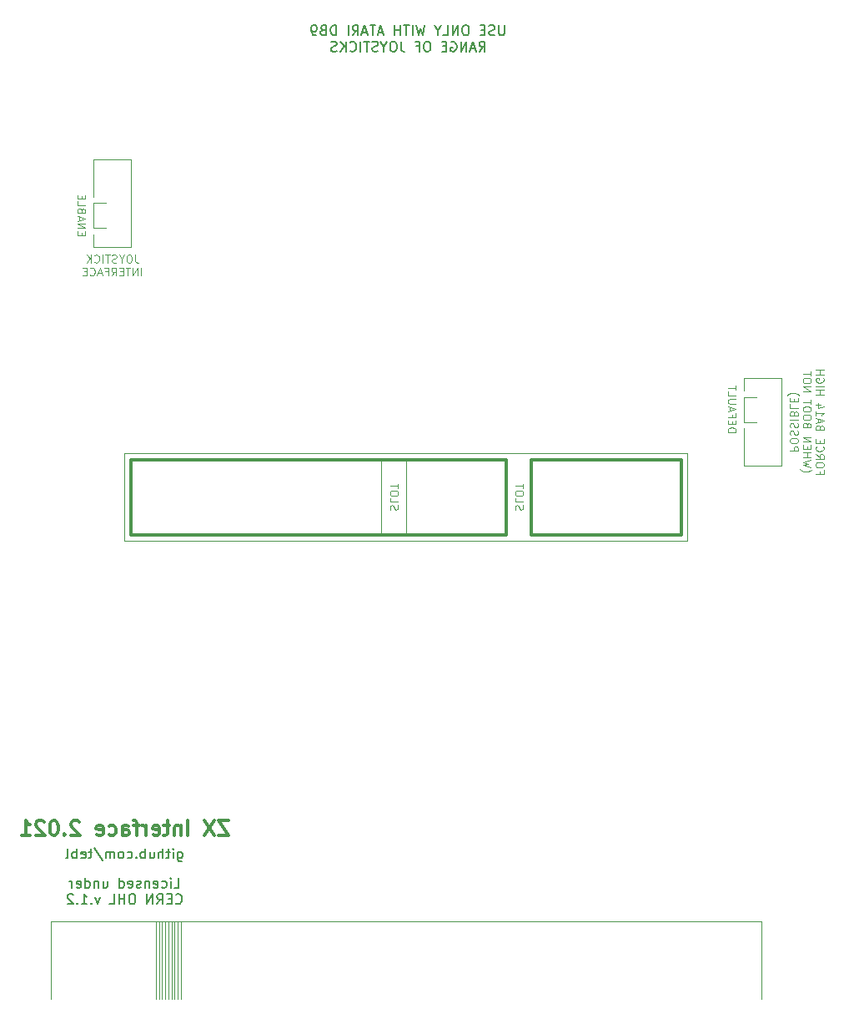
<source format=gbo>
%TF.GenerationSoftware,KiCad,Pcbnew,(5.1.8)-1*%
%TF.CreationDate,2021-03-23T23:17:42+01:00*%
%TF.ProjectId,ZX Interface 2021,5a582049-6e74-4657-9266-616365203230,rev?*%
%TF.SameCoordinates,Original*%
%TF.FileFunction,Legend,Bot*%
%TF.FilePolarity,Positive*%
%FSLAX46Y46*%
G04 Gerber Fmt 4.6, Leading zero omitted, Abs format (unit mm)*
G04 Created by KiCad (PCBNEW (5.1.8)-1) date 2021-03-23 23:17:42*
%MOMM*%
%LPD*%
G01*
G04 APERTURE LIST*
%ADD10C,0.100000*%
%ADD11C,0.120000*%
%ADD12C,0.150000*%
%ADD13C,0.300000*%
G04 APERTURE END LIST*
D10*
X188047142Y-92639523D02*
X188047142Y-92906190D01*
X187628095Y-92906190D02*
X188428095Y-92906190D01*
X188428095Y-92525238D01*
X188428095Y-92068095D02*
X188428095Y-91915714D01*
X188390000Y-91839523D01*
X188313809Y-91763333D01*
X188161428Y-91725238D01*
X187894761Y-91725238D01*
X187742380Y-91763333D01*
X187666190Y-91839523D01*
X187628095Y-91915714D01*
X187628095Y-92068095D01*
X187666190Y-92144285D01*
X187742380Y-92220476D01*
X187894761Y-92258571D01*
X188161428Y-92258571D01*
X188313809Y-92220476D01*
X188390000Y-92144285D01*
X188428095Y-92068095D01*
X187628095Y-90925238D02*
X188009047Y-91191904D01*
X187628095Y-91382380D02*
X188428095Y-91382380D01*
X188428095Y-91077619D01*
X188390000Y-91001428D01*
X188351904Y-90963333D01*
X188275714Y-90925238D01*
X188161428Y-90925238D01*
X188085238Y-90963333D01*
X188047142Y-91001428D01*
X188009047Y-91077619D01*
X188009047Y-91382380D01*
X187704285Y-90125238D02*
X187666190Y-90163333D01*
X187628095Y-90277619D01*
X187628095Y-90353809D01*
X187666190Y-90468095D01*
X187742380Y-90544285D01*
X187818571Y-90582380D01*
X187970952Y-90620476D01*
X188085238Y-90620476D01*
X188237619Y-90582380D01*
X188313809Y-90544285D01*
X188390000Y-90468095D01*
X188428095Y-90353809D01*
X188428095Y-90277619D01*
X188390000Y-90163333D01*
X188351904Y-90125238D01*
X188047142Y-89782380D02*
X188047142Y-89515714D01*
X187628095Y-89401428D02*
X187628095Y-89782380D01*
X188428095Y-89782380D01*
X188428095Y-89401428D01*
X188047142Y-88182380D02*
X188009047Y-88068095D01*
X187970952Y-88030000D01*
X187894761Y-87991904D01*
X187780476Y-87991904D01*
X187704285Y-88030000D01*
X187666190Y-88068095D01*
X187628095Y-88144285D01*
X187628095Y-88449047D01*
X188428095Y-88449047D01*
X188428095Y-88182380D01*
X188390000Y-88106190D01*
X188351904Y-88068095D01*
X188275714Y-88030000D01*
X188199523Y-88030000D01*
X188123333Y-88068095D01*
X188085238Y-88106190D01*
X188047142Y-88182380D01*
X188047142Y-88449047D01*
X187856666Y-87687142D02*
X187856666Y-87306190D01*
X187628095Y-87763333D02*
X188428095Y-87496666D01*
X187628095Y-87230000D01*
X187628095Y-86544285D02*
X187628095Y-87001428D01*
X187628095Y-86772857D02*
X188428095Y-86772857D01*
X188313809Y-86849047D01*
X188237619Y-86925238D01*
X188199523Y-87001428D01*
X188161428Y-85858571D02*
X187628095Y-85858571D01*
X188466190Y-86049047D02*
X187894761Y-86239523D01*
X187894761Y-85744285D01*
X187628095Y-84830000D02*
X188428095Y-84830000D01*
X188047142Y-84830000D02*
X188047142Y-84372857D01*
X187628095Y-84372857D02*
X188428095Y-84372857D01*
X187628095Y-83991904D02*
X188428095Y-83991904D01*
X188390000Y-83191904D02*
X188428095Y-83268095D01*
X188428095Y-83382380D01*
X188390000Y-83496666D01*
X188313809Y-83572857D01*
X188237619Y-83610952D01*
X188085238Y-83649047D01*
X187970952Y-83649047D01*
X187818571Y-83610952D01*
X187742380Y-83572857D01*
X187666190Y-83496666D01*
X187628095Y-83382380D01*
X187628095Y-83306190D01*
X187666190Y-83191904D01*
X187704285Y-83153809D01*
X187970952Y-83153809D01*
X187970952Y-83306190D01*
X187628095Y-82810952D02*
X188428095Y-82810952D01*
X188047142Y-82810952D02*
X188047142Y-82353809D01*
X187628095Y-82353809D02*
X188428095Y-82353809D01*
X186023333Y-92430000D02*
X186061428Y-92468095D01*
X186175714Y-92544285D01*
X186251904Y-92582380D01*
X186366190Y-92620476D01*
X186556666Y-92658571D01*
X186709047Y-92658571D01*
X186899523Y-92620476D01*
X187013809Y-92582380D01*
X187090000Y-92544285D01*
X187204285Y-92468095D01*
X187242380Y-92430000D01*
X187128095Y-92201428D02*
X186328095Y-92010952D01*
X186899523Y-91858571D01*
X186328095Y-91706190D01*
X187128095Y-91515714D01*
X186328095Y-91210952D02*
X187128095Y-91210952D01*
X186747142Y-91210952D02*
X186747142Y-90753809D01*
X186328095Y-90753809D02*
X187128095Y-90753809D01*
X186747142Y-90372857D02*
X186747142Y-90106190D01*
X186328095Y-89991904D02*
X186328095Y-90372857D01*
X187128095Y-90372857D01*
X187128095Y-89991904D01*
X186328095Y-89649047D02*
X187128095Y-89649047D01*
X186328095Y-89191904D01*
X187128095Y-89191904D01*
X186747142Y-87934761D02*
X186709047Y-87820476D01*
X186670952Y-87782380D01*
X186594761Y-87744285D01*
X186480476Y-87744285D01*
X186404285Y-87782380D01*
X186366190Y-87820476D01*
X186328095Y-87896666D01*
X186328095Y-88201428D01*
X187128095Y-88201428D01*
X187128095Y-87934761D01*
X187090000Y-87858571D01*
X187051904Y-87820476D01*
X186975714Y-87782380D01*
X186899523Y-87782380D01*
X186823333Y-87820476D01*
X186785238Y-87858571D01*
X186747142Y-87934761D01*
X186747142Y-88201428D01*
X187128095Y-87249047D02*
X187128095Y-87096666D01*
X187090000Y-87020476D01*
X187013809Y-86944285D01*
X186861428Y-86906190D01*
X186594761Y-86906190D01*
X186442380Y-86944285D01*
X186366190Y-87020476D01*
X186328095Y-87096666D01*
X186328095Y-87249047D01*
X186366190Y-87325238D01*
X186442380Y-87401428D01*
X186594761Y-87439523D01*
X186861428Y-87439523D01*
X187013809Y-87401428D01*
X187090000Y-87325238D01*
X187128095Y-87249047D01*
X187128095Y-86410952D02*
X187128095Y-86258571D01*
X187090000Y-86182380D01*
X187013809Y-86106190D01*
X186861428Y-86068095D01*
X186594761Y-86068095D01*
X186442380Y-86106190D01*
X186366190Y-86182380D01*
X186328095Y-86258571D01*
X186328095Y-86410952D01*
X186366190Y-86487142D01*
X186442380Y-86563333D01*
X186594761Y-86601428D01*
X186861428Y-86601428D01*
X187013809Y-86563333D01*
X187090000Y-86487142D01*
X187128095Y-86410952D01*
X187128095Y-85839523D02*
X187128095Y-85382380D01*
X186328095Y-85610952D02*
X187128095Y-85610952D01*
X186328095Y-84506190D02*
X187128095Y-84506190D01*
X186328095Y-84049047D01*
X187128095Y-84049047D01*
X187128095Y-83515714D02*
X187128095Y-83363333D01*
X187090000Y-83287142D01*
X187013809Y-83210952D01*
X186861428Y-83172857D01*
X186594761Y-83172857D01*
X186442380Y-83210952D01*
X186366190Y-83287142D01*
X186328095Y-83363333D01*
X186328095Y-83515714D01*
X186366190Y-83591904D01*
X186442380Y-83668095D01*
X186594761Y-83706190D01*
X186861428Y-83706190D01*
X187013809Y-83668095D01*
X187090000Y-83591904D01*
X187128095Y-83515714D01*
X187128095Y-82944285D02*
X187128095Y-82487142D01*
X186328095Y-82715714D02*
X187128095Y-82715714D01*
X185028095Y-90563333D02*
X185828095Y-90563333D01*
X185828095Y-90258571D01*
X185790000Y-90182380D01*
X185751904Y-90144285D01*
X185675714Y-90106190D01*
X185561428Y-90106190D01*
X185485238Y-90144285D01*
X185447142Y-90182380D01*
X185409047Y-90258571D01*
X185409047Y-90563333D01*
X185828095Y-89610952D02*
X185828095Y-89458571D01*
X185790000Y-89382380D01*
X185713809Y-89306190D01*
X185561428Y-89268095D01*
X185294761Y-89268095D01*
X185142380Y-89306190D01*
X185066190Y-89382380D01*
X185028095Y-89458571D01*
X185028095Y-89610952D01*
X185066190Y-89687142D01*
X185142380Y-89763333D01*
X185294761Y-89801428D01*
X185561428Y-89801428D01*
X185713809Y-89763333D01*
X185790000Y-89687142D01*
X185828095Y-89610952D01*
X185066190Y-88963333D02*
X185028095Y-88849047D01*
X185028095Y-88658571D01*
X185066190Y-88582380D01*
X185104285Y-88544285D01*
X185180476Y-88506190D01*
X185256666Y-88506190D01*
X185332857Y-88544285D01*
X185370952Y-88582380D01*
X185409047Y-88658571D01*
X185447142Y-88810952D01*
X185485238Y-88887142D01*
X185523333Y-88925238D01*
X185599523Y-88963333D01*
X185675714Y-88963333D01*
X185751904Y-88925238D01*
X185790000Y-88887142D01*
X185828095Y-88810952D01*
X185828095Y-88620476D01*
X185790000Y-88506190D01*
X185066190Y-88201428D02*
X185028095Y-88087142D01*
X185028095Y-87896666D01*
X185066190Y-87820476D01*
X185104285Y-87782380D01*
X185180476Y-87744285D01*
X185256666Y-87744285D01*
X185332857Y-87782380D01*
X185370952Y-87820476D01*
X185409047Y-87896666D01*
X185447142Y-88049047D01*
X185485238Y-88125238D01*
X185523333Y-88163333D01*
X185599523Y-88201428D01*
X185675714Y-88201428D01*
X185751904Y-88163333D01*
X185790000Y-88125238D01*
X185828095Y-88049047D01*
X185828095Y-87858571D01*
X185790000Y-87744285D01*
X185028095Y-87401428D02*
X185828095Y-87401428D01*
X185447142Y-86753809D02*
X185409047Y-86639523D01*
X185370952Y-86601428D01*
X185294761Y-86563333D01*
X185180476Y-86563333D01*
X185104285Y-86601428D01*
X185066190Y-86639523D01*
X185028095Y-86715714D01*
X185028095Y-87020476D01*
X185828095Y-87020476D01*
X185828095Y-86753809D01*
X185790000Y-86677619D01*
X185751904Y-86639523D01*
X185675714Y-86601428D01*
X185599523Y-86601428D01*
X185523333Y-86639523D01*
X185485238Y-86677619D01*
X185447142Y-86753809D01*
X185447142Y-87020476D01*
X185028095Y-85839523D02*
X185028095Y-86220476D01*
X185828095Y-86220476D01*
X185447142Y-85572857D02*
X185447142Y-85306190D01*
X185028095Y-85191904D02*
X185028095Y-85572857D01*
X185828095Y-85572857D01*
X185828095Y-85191904D01*
X184723333Y-84925238D02*
X184761428Y-84887142D01*
X184875714Y-84810952D01*
X184951904Y-84772857D01*
X185066190Y-84734761D01*
X185256666Y-84696666D01*
X185409047Y-84696666D01*
X185599523Y-84734761D01*
X185713809Y-84772857D01*
X185790000Y-84810952D01*
X185904285Y-84887142D01*
X185942380Y-84925238D01*
X178708095Y-88664761D02*
X179508095Y-88664761D01*
X179508095Y-88474285D01*
X179470000Y-88360000D01*
X179393809Y-88283809D01*
X179317619Y-88245714D01*
X179165238Y-88207619D01*
X179050952Y-88207619D01*
X178898571Y-88245714D01*
X178822380Y-88283809D01*
X178746190Y-88360000D01*
X178708095Y-88474285D01*
X178708095Y-88664761D01*
X179127142Y-87864761D02*
X179127142Y-87598095D01*
X178708095Y-87483809D02*
X178708095Y-87864761D01*
X179508095Y-87864761D01*
X179508095Y-87483809D01*
X179127142Y-86874285D02*
X179127142Y-87140952D01*
X178708095Y-87140952D02*
X179508095Y-87140952D01*
X179508095Y-86760000D01*
X178936666Y-86493333D02*
X178936666Y-86112380D01*
X178708095Y-86569523D02*
X179508095Y-86302857D01*
X178708095Y-86036190D01*
X179508095Y-85769523D02*
X178860476Y-85769523D01*
X178784285Y-85731428D01*
X178746190Y-85693333D01*
X178708095Y-85617142D01*
X178708095Y-85464761D01*
X178746190Y-85388571D01*
X178784285Y-85350476D01*
X178860476Y-85312380D01*
X179508095Y-85312380D01*
X178708095Y-84550476D02*
X178708095Y-84931428D01*
X179508095Y-84931428D01*
X179508095Y-84398095D02*
X179508095Y-83940952D01*
X178708095Y-84169523D02*
X179508095Y-84169523D01*
D11*
X184150000Y-92075000D02*
X180340000Y-92075000D01*
X180340000Y-87630000D02*
X180340000Y-85090000D01*
X181610000Y-87630000D02*
X180340000Y-87630000D01*
X180340000Y-84455000D02*
X180340000Y-83185000D01*
X180340000Y-92075000D02*
X180340000Y-88265000D01*
X184150000Y-83185000D02*
X184150000Y-92075000D01*
X180340000Y-83185000D02*
X184150000Y-83185000D01*
X180340000Y-85090000D02*
X181610000Y-85090000D01*
D12*
X156038914Y-47395380D02*
X156038914Y-48204904D01*
X155991295Y-48300142D01*
X155943676Y-48347761D01*
X155848438Y-48395380D01*
X155657961Y-48395380D01*
X155562723Y-48347761D01*
X155515104Y-48300142D01*
X155467485Y-48204904D01*
X155467485Y-47395380D01*
X155038914Y-48347761D02*
X154896057Y-48395380D01*
X154657961Y-48395380D01*
X154562723Y-48347761D01*
X154515104Y-48300142D01*
X154467485Y-48204904D01*
X154467485Y-48109666D01*
X154515104Y-48014428D01*
X154562723Y-47966809D01*
X154657961Y-47919190D01*
X154848438Y-47871571D01*
X154943676Y-47823952D01*
X154991295Y-47776333D01*
X155038914Y-47681095D01*
X155038914Y-47585857D01*
X154991295Y-47490619D01*
X154943676Y-47443000D01*
X154848438Y-47395380D01*
X154610342Y-47395380D01*
X154467485Y-47443000D01*
X154038914Y-47871571D02*
X153705580Y-47871571D01*
X153562723Y-48395380D02*
X154038914Y-48395380D01*
X154038914Y-47395380D01*
X153562723Y-47395380D01*
X152181771Y-47395380D02*
X151991295Y-47395380D01*
X151896057Y-47443000D01*
X151800819Y-47538238D01*
X151753200Y-47728714D01*
X151753200Y-48062047D01*
X151800819Y-48252523D01*
X151896057Y-48347761D01*
X151991295Y-48395380D01*
X152181771Y-48395380D01*
X152277009Y-48347761D01*
X152372247Y-48252523D01*
X152419866Y-48062047D01*
X152419866Y-47728714D01*
X152372247Y-47538238D01*
X152277009Y-47443000D01*
X152181771Y-47395380D01*
X151324628Y-48395380D02*
X151324628Y-47395380D01*
X150753200Y-48395380D01*
X150753200Y-47395380D01*
X149800819Y-48395380D02*
X150277009Y-48395380D01*
X150277009Y-47395380D01*
X149277009Y-47919190D02*
X149277009Y-48395380D01*
X149610342Y-47395380D02*
X149277009Y-47919190D01*
X148943676Y-47395380D01*
X147943676Y-47395380D02*
X147705580Y-48395380D01*
X147515104Y-47681095D01*
X147324628Y-48395380D01*
X147086533Y-47395380D01*
X146705580Y-48395380D02*
X146705580Y-47395380D01*
X146372247Y-47395380D02*
X145800819Y-47395380D01*
X146086533Y-48395380D02*
X146086533Y-47395380D01*
X145467485Y-48395380D02*
X145467485Y-47395380D01*
X145467485Y-47871571D02*
X144896057Y-47871571D01*
X144896057Y-48395380D02*
X144896057Y-47395380D01*
X143705580Y-48109666D02*
X143229390Y-48109666D01*
X143800819Y-48395380D02*
X143467485Y-47395380D01*
X143134152Y-48395380D01*
X142943676Y-47395380D02*
X142372247Y-47395380D01*
X142657961Y-48395380D02*
X142657961Y-47395380D01*
X142086533Y-48109666D02*
X141610342Y-48109666D01*
X142181771Y-48395380D02*
X141848438Y-47395380D01*
X141515104Y-48395380D01*
X140610342Y-48395380D02*
X140943676Y-47919190D01*
X141181771Y-48395380D02*
X141181771Y-47395380D01*
X140800819Y-47395380D01*
X140705580Y-47443000D01*
X140657961Y-47490619D01*
X140610342Y-47585857D01*
X140610342Y-47728714D01*
X140657961Y-47823952D01*
X140705580Y-47871571D01*
X140800819Y-47919190D01*
X141181771Y-47919190D01*
X140181771Y-48395380D02*
X140181771Y-47395380D01*
X138943676Y-48395380D02*
X138943676Y-47395380D01*
X138705580Y-47395380D01*
X138562723Y-47443000D01*
X138467485Y-47538238D01*
X138419866Y-47633476D01*
X138372247Y-47823952D01*
X138372247Y-47966809D01*
X138419866Y-48157285D01*
X138467485Y-48252523D01*
X138562723Y-48347761D01*
X138705580Y-48395380D01*
X138943676Y-48395380D01*
X137610342Y-47871571D02*
X137467485Y-47919190D01*
X137419866Y-47966809D01*
X137372247Y-48062047D01*
X137372247Y-48204904D01*
X137419866Y-48300142D01*
X137467485Y-48347761D01*
X137562723Y-48395380D01*
X137943676Y-48395380D01*
X137943676Y-47395380D01*
X137610342Y-47395380D01*
X137515104Y-47443000D01*
X137467485Y-47490619D01*
X137419866Y-47585857D01*
X137419866Y-47681095D01*
X137467485Y-47776333D01*
X137515104Y-47823952D01*
X137610342Y-47871571D01*
X137943676Y-47871571D01*
X136896057Y-48395380D02*
X136705580Y-48395380D01*
X136610342Y-48347761D01*
X136562723Y-48300142D01*
X136467485Y-48157285D01*
X136419866Y-47966809D01*
X136419866Y-47585857D01*
X136467485Y-47490619D01*
X136515104Y-47443000D01*
X136610342Y-47395380D01*
X136800819Y-47395380D01*
X136896057Y-47443000D01*
X136943676Y-47490619D01*
X136991295Y-47585857D01*
X136991295Y-47823952D01*
X136943676Y-47919190D01*
X136896057Y-47966809D01*
X136800819Y-48014428D01*
X136610342Y-48014428D01*
X136515104Y-47966809D01*
X136467485Y-47919190D01*
X136419866Y-47823952D01*
X153467485Y-50045380D02*
X153800819Y-49569190D01*
X154038914Y-50045380D02*
X154038914Y-49045380D01*
X153657961Y-49045380D01*
X153562723Y-49093000D01*
X153515104Y-49140619D01*
X153467485Y-49235857D01*
X153467485Y-49378714D01*
X153515104Y-49473952D01*
X153562723Y-49521571D01*
X153657961Y-49569190D01*
X154038914Y-49569190D01*
X153086533Y-49759666D02*
X152610342Y-49759666D01*
X153181771Y-50045380D02*
X152848438Y-49045380D01*
X152515104Y-50045380D01*
X152181771Y-50045380D02*
X152181771Y-49045380D01*
X151610342Y-50045380D01*
X151610342Y-49045380D01*
X150610342Y-49093000D02*
X150705580Y-49045380D01*
X150848438Y-49045380D01*
X150991295Y-49093000D01*
X151086533Y-49188238D01*
X151134152Y-49283476D01*
X151181771Y-49473952D01*
X151181771Y-49616809D01*
X151134152Y-49807285D01*
X151086533Y-49902523D01*
X150991295Y-49997761D01*
X150848438Y-50045380D01*
X150753200Y-50045380D01*
X150610342Y-49997761D01*
X150562723Y-49950142D01*
X150562723Y-49616809D01*
X150753200Y-49616809D01*
X150134152Y-49521571D02*
X149800819Y-49521571D01*
X149657961Y-50045380D02*
X150134152Y-50045380D01*
X150134152Y-49045380D01*
X149657961Y-49045380D01*
X148277009Y-49045380D02*
X148086533Y-49045380D01*
X147991295Y-49093000D01*
X147896057Y-49188238D01*
X147848438Y-49378714D01*
X147848438Y-49712047D01*
X147896057Y-49902523D01*
X147991295Y-49997761D01*
X148086533Y-50045380D01*
X148277009Y-50045380D01*
X148372247Y-49997761D01*
X148467485Y-49902523D01*
X148515104Y-49712047D01*
X148515104Y-49378714D01*
X148467485Y-49188238D01*
X148372247Y-49093000D01*
X148277009Y-49045380D01*
X147086533Y-49521571D02*
X147419866Y-49521571D01*
X147419866Y-50045380D02*
X147419866Y-49045380D01*
X146943676Y-49045380D01*
X145515104Y-49045380D02*
X145515104Y-49759666D01*
X145562723Y-49902523D01*
X145657961Y-49997761D01*
X145800819Y-50045380D01*
X145896057Y-50045380D01*
X144848438Y-49045380D02*
X144657961Y-49045380D01*
X144562723Y-49093000D01*
X144467485Y-49188238D01*
X144419866Y-49378714D01*
X144419866Y-49712047D01*
X144467485Y-49902523D01*
X144562723Y-49997761D01*
X144657961Y-50045380D01*
X144848438Y-50045380D01*
X144943676Y-49997761D01*
X145038914Y-49902523D01*
X145086533Y-49712047D01*
X145086533Y-49378714D01*
X145038914Y-49188238D01*
X144943676Y-49093000D01*
X144848438Y-49045380D01*
X143800819Y-49569190D02*
X143800819Y-50045380D01*
X144134152Y-49045380D02*
X143800819Y-49569190D01*
X143467485Y-49045380D01*
X143181771Y-49997761D02*
X143038914Y-50045380D01*
X142800819Y-50045380D01*
X142705580Y-49997761D01*
X142657961Y-49950142D01*
X142610342Y-49854904D01*
X142610342Y-49759666D01*
X142657961Y-49664428D01*
X142705580Y-49616809D01*
X142800819Y-49569190D01*
X142991295Y-49521571D01*
X143086533Y-49473952D01*
X143134152Y-49426333D01*
X143181771Y-49331095D01*
X143181771Y-49235857D01*
X143134152Y-49140619D01*
X143086533Y-49093000D01*
X142991295Y-49045380D01*
X142753200Y-49045380D01*
X142610342Y-49093000D01*
X142324628Y-49045380D02*
X141753200Y-49045380D01*
X142038914Y-50045380D02*
X142038914Y-49045380D01*
X141419866Y-50045380D02*
X141419866Y-49045380D01*
X140372247Y-49950142D02*
X140419866Y-49997761D01*
X140562723Y-50045380D01*
X140657961Y-50045380D01*
X140800819Y-49997761D01*
X140896057Y-49902523D01*
X140943676Y-49807285D01*
X140991295Y-49616809D01*
X140991295Y-49473952D01*
X140943676Y-49283476D01*
X140896057Y-49188238D01*
X140800819Y-49093000D01*
X140657961Y-49045380D01*
X140562723Y-49045380D01*
X140419866Y-49093000D01*
X140372247Y-49140619D01*
X139943676Y-50045380D02*
X139943676Y-49045380D01*
X139372247Y-50045380D02*
X139800819Y-49473952D01*
X139372247Y-49045380D02*
X139943676Y-49616809D01*
X138991295Y-49997761D02*
X138848438Y-50045380D01*
X138610342Y-50045380D01*
X138515104Y-49997761D01*
X138467485Y-49950142D01*
X138419866Y-49854904D01*
X138419866Y-49759666D01*
X138467485Y-49664428D01*
X138515104Y-49616809D01*
X138610342Y-49569190D01*
X138800819Y-49521571D01*
X138896057Y-49473952D01*
X138943676Y-49426333D01*
X138991295Y-49331095D01*
X138991295Y-49235857D01*
X138943676Y-49140619D01*
X138896057Y-49093000D01*
X138800819Y-49045380D01*
X138562723Y-49045380D01*
X138419866Y-49093000D01*
D13*
X173990000Y-91440000D02*
X173990000Y-99060000D01*
D10*
X157156190Y-96526190D02*
X157118095Y-96411904D01*
X157118095Y-96221428D01*
X157156190Y-96145238D01*
X157194285Y-96107142D01*
X157270476Y-96069047D01*
X157346666Y-96069047D01*
X157422857Y-96107142D01*
X157460952Y-96145238D01*
X157499047Y-96221428D01*
X157537142Y-96373809D01*
X157575238Y-96450000D01*
X157613333Y-96488095D01*
X157689523Y-96526190D01*
X157765714Y-96526190D01*
X157841904Y-96488095D01*
X157880000Y-96450000D01*
X157918095Y-96373809D01*
X157918095Y-96183333D01*
X157880000Y-96069047D01*
X157118095Y-95345238D02*
X157118095Y-95726190D01*
X157918095Y-95726190D01*
X157918095Y-94926190D02*
X157918095Y-94773809D01*
X157880000Y-94697619D01*
X157803809Y-94621428D01*
X157651428Y-94583333D01*
X157384761Y-94583333D01*
X157232380Y-94621428D01*
X157156190Y-94697619D01*
X157118095Y-94773809D01*
X157118095Y-94926190D01*
X157156190Y-95002380D01*
X157232380Y-95078571D01*
X157384761Y-95116666D01*
X157651428Y-95116666D01*
X157803809Y-95078571D01*
X157880000Y-95002380D01*
X157918095Y-94926190D01*
X157918095Y-94354761D02*
X157918095Y-93897619D01*
X157118095Y-94126190D02*
X157918095Y-94126190D01*
D13*
X158750000Y-99060000D02*
X158750000Y-91440000D01*
X173990000Y-99060000D02*
X158750000Y-99060000D01*
X158750000Y-91440000D02*
X173990000Y-91440000D01*
D11*
X174625000Y-99695000D02*
X117475000Y-99695000D01*
X174625000Y-90805000D02*
X174625000Y-99695000D01*
X117475000Y-90805000D02*
X174625000Y-90805000D01*
X117475000Y-99695000D02*
X117475000Y-90805000D01*
D10*
X144456190Y-96526190D02*
X144418095Y-96411904D01*
X144418095Y-96221428D01*
X144456190Y-96145238D01*
X144494285Y-96107142D01*
X144570476Y-96069047D01*
X144646666Y-96069047D01*
X144722857Y-96107142D01*
X144760952Y-96145238D01*
X144799047Y-96221428D01*
X144837142Y-96373809D01*
X144875238Y-96450000D01*
X144913333Y-96488095D01*
X144989523Y-96526190D01*
X145065714Y-96526190D01*
X145141904Y-96488095D01*
X145180000Y-96450000D01*
X145218095Y-96373809D01*
X145218095Y-96183333D01*
X145180000Y-96069047D01*
X144418095Y-95345238D02*
X144418095Y-95726190D01*
X145218095Y-95726190D01*
X145218095Y-94926190D02*
X145218095Y-94773809D01*
X145180000Y-94697619D01*
X145103809Y-94621428D01*
X144951428Y-94583333D01*
X144684761Y-94583333D01*
X144532380Y-94621428D01*
X144456190Y-94697619D01*
X144418095Y-94773809D01*
X144418095Y-94926190D01*
X144456190Y-95002380D01*
X144532380Y-95078571D01*
X144684761Y-95116666D01*
X144951428Y-95116666D01*
X145103809Y-95078571D01*
X145180000Y-95002380D01*
X145218095Y-94926190D01*
X145218095Y-94354761D02*
X145218095Y-93897619D01*
X144418095Y-94126190D02*
X145218095Y-94126190D01*
D11*
X143510000Y-91440000D02*
X143510000Y-99060000D01*
X146050000Y-99060000D02*
X146050000Y-91440000D01*
D13*
X156210000Y-99060000D02*
X156210000Y-91440000D01*
X118110000Y-99060000D02*
X156210000Y-99060000D01*
X118110000Y-91440000D02*
X118110000Y-99060000D01*
X156210000Y-91440000D02*
X118110000Y-91440000D01*
D10*
X118528809Y-70666904D02*
X118528809Y-71238333D01*
X118566904Y-71352619D01*
X118643095Y-71428809D01*
X118757380Y-71466904D01*
X118833571Y-71466904D01*
X117995476Y-70666904D02*
X117843095Y-70666904D01*
X117766904Y-70705000D01*
X117690714Y-70781190D01*
X117652619Y-70933571D01*
X117652619Y-71200238D01*
X117690714Y-71352619D01*
X117766904Y-71428809D01*
X117843095Y-71466904D01*
X117995476Y-71466904D01*
X118071666Y-71428809D01*
X118147857Y-71352619D01*
X118185952Y-71200238D01*
X118185952Y-70933571D01*
X118147857Y-70781190D01*
X118071666Y-70705000D01*
X117995476Y-70666904D01*
X117157380Y-71085952D02*
X117157380Y-71466904D01*
X117424047Y-70666904D02*
X117157380Y-71085952D01*
X116890714Y-70666904D01*
X116662142Y-71428809D02*
X116547857Y-71466904D01*
X116357380Y-71466904D01*
X116281190Y-71428809D01*
X116243095Y-71390714D01*
X116205000Y-71314523D01*
X116205000Y-71238333D01*
X116243095Y-71162142D01*
X116281190Y-71124047D01*
X116357380Y-71085952D01*
X116509761Y-71047857D01*
X116585952Y-71009761D01*
X116624047Y-70971666D01*
X116662142Y-70895476D01*
X116662142Y-70819285D01*
X116624047Y-70743095D01*
X116585952Y-70705000D01*
X116509761Y-70666904D01*
X116319285Y-70666904D01*
X116205000Y-70705000D01*
X115976428Y-70666904D02*
X115519285Y-70666904D01*
X115747857Y-71466904D02*
X115747857Y-70666904D01*
X115252619Y-71466904D02*
X115252619Y-70666904D01*
X114414523Y-71390714D02*
X114452619Y-71428809D01*
X114566904Y-71466904D01*
X114643095Y-71466904D01*
X114757380Y-71428809D01*
X114833571Y-71352619D01*
X114871666Y-71276428D01*
X114909761Y-71124047D01*
X114909761Y-71009761D01*
X114871666Y-70857380D01*
X114833571Y-70781190D01*
X114757380Y-70705000D01*
X114643095Y-70666904D01*
X114566904Y-70666904D01*
X114452619Y-70705000D01*
X114414523Y-70743095D01*
X114071666Y-71466904D02*
X114071666Y-70666904D01*
X113614523Y-71466904D02*
X113957380Y-71009761D01*
X113614523Y-70666904D02*
X114071666Y-71124047D01*
X119138333Y-72766904D02*
X119138333Y-71966904D01*
X118757380Y-72766904D02*
X118757380Y-71966904D01*
X118300238Y-72766904D01*
X118300238Y-71966904D01*
X118033571Y-71966904D02*
X117576428Y-71966904D01*
X117805000Y-72766904D02*
X117805000Y-71966904D01*
X117309761Y-72347857D02*
X117043095Y-72347857D01*
X116928809Y-72766904D02*
X117309761Y-72766904D01*
X117309761Y-71966904D01*
X116928809Y-71966904D01*
X116128809Y-72766904D02*
X116395476Y-72385952D01*
X116585952Y-72766904D02*
X116585952Y-71966904D01*
X116281190Y-71966904D01*
X116205000Y-72005000D01*
X116166904Y-72043095D01*
X116128809Y-72119285D01*
X116128809Y-72233571D01*
X116166904Y-72309761D01*
X116205000Y-72347857D01*
X116281190Y-72385952D01*
X116585952Y-72385952D01*
X115519285Y-72347857D02*
X115785952Y-72347857D01*
X115785952Y-72766904D02*
X115785952Y-71966904D01*
X115405000Y-71966904D01*
X115138333Y-72538333D02*
X114757380Y-72538333D01*
X115214523Y-72766904D02*
X114947857Y-71966904D01*
X114681190Y-72766904D01*
X113957380Y-72690714D02*
X113995476Y-72728809D01*
X114109761Y-72766904D01*
X114185952Y-72766904D01*
X114300238Y-72728809D01*
X114376428Y-72652619D01*
X114414523Y-72576428D01*
X114452619Y-72424047D01*
X114452619Y-72309761D01*
X114414523Y-72157380D01*
X114376428Y-72081190D01*
X114300238Y-72005000D01*
X114185952Y-71966904D01*
X114109761Y-71966904D01*
X113995476Y-72005000D01*
X113957380Y-72043095D01*
X113614523Y-72347857D02*
X113347857Y-72347857D01*
X113233571Y-72766904D02*
X113614523Y-72766904D01*
X113614523Y-71966904D01*
X113233571Y-71966904D01*
X113087142Y-68694047D02*
X113087142Y-68427380D01*
X112668095Y-68313095D02*
X112668095Y-68694047D01*
X113468095Y-68694047D01*
X113468095Y-68313095D01*
X112668095Y-67970238D02*
X113468095Y-67970238D01*
X112668095Y-67513095D01*
X113468095Y-67513095D01*
X112896666Y-67170238D02*
X112896666Y-66789285D01*
X112668095Y-67246428D02*
X113468095Y-66979761D01*
X112668095Y-66713095D01*
X113087142Y-66179761D02*
X113049047Y-66065476D01*
X113010952Y-66027380D01*
X112934761Y-65989285D01*
X112820476Y-65989285D01*
X112744285Y-66027380D01*
X112706190Y-66065476D01*
X112668095Y-66141666D01*
X112668095Y-66446428D01*
X113468095Y-66446428D01*
X113468095Y-66179761D01*
X113430000Y-66103571D01*
X113391904Y-66065476D01*
X113315714Y-66027380D01*
X113239523Y-66027380D01*
X113163333Y-66065476D01*
X113125238Y-66103571D01*
X113087142Y-66179761D01*
X113087142Y-66446428D01*
X112668095Y-65265476D02*
X112668095Y-65646428D01*
X113468095Y-65646428D01*
X113087142Y-64998809D02*
X113087142Y-64732142D01*
X112668095Y-64617857D02*
X112668095Y-64998809D01*
X113468095Y-64998809D01*
X113468095Y-64617857D01*
D11*
X114300000Y-64770000D02*
X114300000Y-60960000D01*
X114300000Y-65405000D02*
X115570000Y-65405000D01*
X114300000Y-67945000D02*
X114300000Y-65405000D01*
X115570000Y-67945000D02*
X114300000Y-67945000D01*
X114300000Y-69850000D02*
X114300000Y-68580000D01*
X118110000Y-69850000D02*
X114300000Y-69850000D01*
X118110000Y-60960000D02*
X118110000Y-69850000D01*
X114300000Y-60960000D02*
X118110000Y-60960000D01*
D13*
X128010714Y-128083571D02*
X127010714Y-128083571D01*
X128010714Y-129583571D01*
X127010714Y-129583571D01*
X126582142Y-128083571D02*
X125582142Y-129583571D01*
X125582142Y-128083571D02*
X126582142Y-129583571D01*
X123867857Y-129583571D02*
X123867857Y-128083571D01*
X123153571Y-128583571D02*
X123153571Y-129583571D01*
X123153571Y-128726428D02*
X123082142Y-128655000D01*
X122939285Y-128583571D01*
X122725000Y-128583571D01*
X122582142Y-128655000D01*
X122510714Y-128797857D01*
X122510714Y-129583571D01*
X122010714Y-128583571D02*
X121439285Y-128583571D01*
X121796428Y-128083571D02*
X121796428Y-129369285D01*
X121725000Y-129512142D01*
X121582142Y-129583571D01*
X121439285Y-129583571D01*
X120367857Y-129512142D02*
X120510714Y-129583571D01*
X120796428Y-129583571D01*
X120939285Y-129512142D01*
X121010714Y-129369285D01*
X121010714Y-128797857D01*
X120939285Y-128655000D01*
X120796428Y-128583571D01*
X120510714Y-128583571D01*
X120367857Y-128655000D01*
X120296428Y-128797857D01*
X120296428Y-128940714D01*
X121010714Y-129083571D01*
X119653571Y-129583571D02*
X119653571Y-128583571D01*
X119653571Y-128869285D02*
X119582142Y-128726428D01*
X119510714Y-128655000D01*
X119367857Y-128583571D01*
X119225000Y-128583571D01*
X118939285Y-128583571D02*
X118367857Y-128583571D01*
X118725000Y-129583571D02*
X118725000Y-128297857D01*
X118653571Y-128155000D01*
X118510714Y-128083571D01*
X118367857Y-128083571D01*
X117225000Y-129583571D02*
X117225000Y-128797857D01*
X117296428Y-128655000D01*
X117439285Y-128583571D01*
X117725000Y-128583571D01*
X117867857Y-128655000D01*
X117225000Y-129512142D02*
X117367857Y-129583571D01*
X117725000Y-129583571D01*
X117867857Y-129512142D01*
X117939285Y-129369285D01*
X117939285Y-129226428D01*
X117867857Y-129083571D01*
X117725000Y-129012142D01*
X117367857Y-129012142D01*
X117225000Y-128940714D01*
X115867857Y-129512142D02*
X116010714Y-129583571D01*
X116296428Y-129583571D01*
X116439285Y-129512142D01*
X116510714Y-129440714D01*
X116582142Y-129297857D01*
X116582142Y-128869285D01*
X116510714Y-128726428D01*
X116439285Y-128655000D01*
X116296428Y-128583571D01*
X116010714Y-128583571D01*
X115867857Y-128655000D01*
X114653571Y-129512142D02*
X114796428Y-129583571D01*
X115082142Y-129583571D01*
X115225000Y-129512142D01*
X115296428Y-129369285D01*
X115296428Y-128797857D01*
X115225000Y-128655000D01*
X115082142Y-128583571D01*
X114796428Y-128583571D01*
X114653571Y-128655000D01*
X114582142Y-128797857D01*
X114582142Y-128940714D01*
X115296428Y-129083571D01*
X112867857Y-128226428D02*
X112796428Y-128155000D01*
X112653571Y-128083571D01*
X112296428Y-128083571D01*
X112153571Y-128155000D01*
X112082142Y-128226428D01*
X112010714Y-128369285D01*
X112010714Y-128512142D01*
X112082142Y-128726428D01*
X112939285Y-129583571D01*
X112010714Y-129583571D01*
X111367857Y-129440714D02*
X111296428Y-129512142D01*
X111367857Y-129583571D01*
X111439285Y-129512142D01*
X111367857Y-129440714D01*
X111367857Y-129583571D01*
X110367857Y-128083571D02*
X110225000Y-128083571D01*
X110082142Y-128155000D01*
X110010714Y-128226428D01*
X109939285Y-128369285D01*
X109867857Y-128655000D01*
X109867857Y-129012142D01*
X109939285Y-129297857D01*
X110010714Y-129440714D01*
X110082142Y-129512142D01*
X110225000Y-129583571D01*
X110367857Y-129583571D01*
X110510714Y-129512142D01*
X110582142Y-129440714D01*
X110653571Y-129297857D01*
X110725000Y-129012142D01*
X110725000Y-128655000D01*
X110653571Y-128369285D01*
X110582142Y-128226428D01*
X110510714Y-128155000D01*
X110367857Y-128083571D01*
X109296428Y-128226428D02*
X109225000Y-128155000D01*
X109082142Y-128083571D01*
X108725000Y-128083571D01*
X108582142Y-128155000D01*
X108510714Y-128226428D01*
X108439285Y-128369285D01*
X108439285Y-128512142D01*
X108510714Y-128726428D01*
X109367857Y-129583571D01*
X108439285Y-129583571D01*
X107010714Y-129583571D02*
X107867857Y-129583571D01*
X107439285Y-129583571D02*
X107439285Y-128083571D01*
X107582142Y-128297857D01*
X107725000Y-128440714D01*
X107867857Y-128512142D01*
D12*
X122475000Y-134882380D02*
X122951190Y-134882380D01*
X122951190Y-133882380D01*
X122141666Y-134882380D02*
X122141666Y-134215714D01*
X122141666Y-133882380D02*
X122189285Y-133930000D01*
X122141666Y-133977619D01*
X122094047Y-133930000D01*
X122141666Y-133882380D01*
X122141666Y-133977619D01*
X121236904Y-134834761D02*
X121332142Y-134882380D01*
X121522619Y-134882380D01*
X121617857Y-134834761D01*
X121665476Y-134787142D01*
X121713095Y-134691904D01*
X121713095Y-134406190D01*
X121665476Y-134310952D01*
X121617857Y-134263333D01*
X121522619Y-134215714D01*
X121332142Y-134215714D01*
X121236904Y-134263333D01*
X120427380Y-134834761D02*
X120522619Y-134882380D01*
X120713095Y-134882380D01*
X120808333Y-134834761D01*
X120855952Y-134739523D01*
X120855952Y-134358571D01*
X120808333Y-134263333D01*
X120713095Y-134215714D01*
X120522619Y-134215714D01*
X120427380Y-134263333D01*
X120379761Y-134358571D01*
X120379761Y-134453809D01*
X120855952Y-134549047D01*
X119951190Y-134215714D02*
X119951190Y-134882380D01*
X119951190Y-134310952D02*
X119903571Y-134263333D01*
X119808333Y-134215714D01*
X119665476Y-134215714D01*
X119570238Y-134263333D01*
X119522619Y-134358571D01*
X119522619Y-134882380D01*
X119094047Y-134834761D02*
X118998809Y-134882380D01*
X118808333Y-134882380D01*
X118713095Y-134834761D01*
X118665476Y-134739523D01*
X118665476Y-134691904D01*
X118713095Y-134596666D01*
X118808333Y-134549047D01*
X118951190Y-134549047D01*
X119046428Y-134501428D01*
X119094047Y-134406190D01*
X119094047Y-134358571D01*
X119046428Y-134263333D01*
X118951190Y-134215714D01*
X118808333Y-134215714D01*
X118713095Y-134263333D01*
X117855952Y-134834761D02*
X117951190Y-134882380D01*
X118141666Y-134882380D01*
X118236904Y-134834761D01*
X118284523Y-134739523D01*
X118284523Y-134358571D01*
X118236904Y-134263333D01*
X118141666Y-134215714D01*
X117951190Y-134215714D01*
X117855952Y-134263333D01*
X117808333Y-134358571D01*
X117808333Y-134453809D01*
X118284523Y-134549047D01*
X116951190Y-134882380D02*
X116951190Y-133882380D01*
X116951190Y-134834761D02*
X117046428Y-134882380D01*
X117236904Y-134882380D01*
X117332142Y-134834761D01*
X117379761Y-134787142D01*
X117427380Y-134691904D01*
X117427380Y-134406190D01*
X117379761Y-134310952D01*
X117332142Y-134263333D01*
X117236904Y-134215714D01*
X117046428Y-134215714D01*
X116951190Y-134263333D01*
X115284523Y-134215714D02*
X115284523Y-134882380D01*
X115713095Y-134215714D02*
X115713095Y-134739523D01*
X115665476Y-134834761D01*
X115570238Y-134882380D01*
X115427380Y-134882380D01*
X115332142Y-134834761D01*
X115284523Y-134787142D01*
X114808333Y-134215714D02*
X114808333Y-134882380D01*
X114808333Y-134310952D02*
X114760714Y-134263333D01*
X114665476Y-134215714D01*
X114522619Y-134215714D01*
X114427380Y-134263333D01*
X114379761Y-134358571D01*
X114379761Y-134882380D01*
X113475000Y-134882380D02*
X113475000Y-133882380D01*
X113475000Y-134834761D02*
X113570238Y-134882380D01*
X113760714Y-134882380D01*
X113855952Y-134834761D01*
X113903571Y-134787142D01*
X113951190Y-134691904D01*
X113951190Y-134406190D01*
X113903571Y-134310952D01*
X113855952Y-134263333D01*
X113760714Y-134215714D01*
X113570238Y-134215714D01*
X113475000Y-134263333D01*
X112617857Y-134834761D02*
X112713095Y-134882380D01*
X112903571Y-134882380D01*
X112998809Y-134834761D01*
X113046428Y-134739523D01*
X113046428Y-134358571D01*
X112998809Y-134263333D01*
X112903571Y-134215714D01*
X112713095Y-134215714D01*
X112617857Y-134263333D01*
X112570238Y-134358571D01*
X112570238Y-134453809D01*
X113046428Y-134549047D01*
X112141666Y-134882380D02*
X112141666Y-134215714D01*
X112141666Y-134406190D02*
X112094047Y-134310952D01*
X112046428Y-134263333D01*
X111951190Y-134215714D01*
X111855952Y-134215714D01*
X122665476Y-136437142D02*
X122713095Y-136484761D01*
X122855952Y-136532380D01*
X122951190Y-136532380D01*
X123094047Y-136484761D01*
X123189285Y-136389523D01*
X123236904Y-136294285D01*
X123284523Y-136103809D01*
X123284523Y-135960952D01*
X123236904Y-135770476D01*
X123189285Y-135675238D01*
X123094047Y-135580000D01*
X122951190Y-135532380D01*
X122855952Y-135532380D01*
X122713095Y-135580000D01*
X122665476Y-135627619D01*
X122236904Y-136008571D02*
X121903571Y-136008571D01*
X121760714Y-136532380D02*
X122236904Y-136532380D01*
X122236904Y-135532380D01*
X121760714Y-135532380D01*
X120760714Y-136532380D02*
X121094047Y-136056190D01*
X121332142Y-136532380D02*
X121332142Y-135532380D01*
X120951190Y-135532380D01*
X120855952Y-135580000D01*
X120808333Y-135627619D01*
X120760714Y-135722857D01*
X120760714Y-135865714D01*
X120808333Y-135960952D01*
X120855952Y-136008571D01*
X120951190Y-136056190D01*
X121332142Y-136056190D01*
X120332142Y-136532380D02*
X120332142Y-135532380D01*
X119760714Y-136532380D01*
X119760714Y-135532380D01*
X118332142Y-135532380D02*
X118141666Y-135532380D01*
X118046428Y-135580000D01*
X117951190Y-135675238D01*
X117903571Y-135865714D01*
X117903571Y-136199047D01*
X117951190Y-136389523D01*
X118046428Y-136484761D01*
X118141666Y-136532380D01*
X118332142Y-136532380D01*
X118427380Y-136484761D01*
X118522619Y-136389523D01*
X118570238Y-136199047D01*
X118570238Y-135865714D01*
X118522619Y-135675238D01*
X118427380Y-135580000D01*
X118332142Y-135532380D01*
X117475000Y-136532380D02*
X117475000Y-135532380D01*
X117475000Y-136008571D02*
X116903571Y-136008571D01*
X116903571Y-136532380D02*
X116903571Y-135532380D01*
X115951190Y-136532380D02*
X116427380Y-136532380D01*
X116427380Y-135532380D01*
X114951190Y-135865714D02*
X114713095Y-136532380D01*
X114475000Y-135865714D01*
X114094047Y-136437142D02*
X114046428Y-136484761D01*
X114094047Y-136532380D01*
X114141666Y-136484761D01*
X114094047Y-136437142D01*
X114094047Y-136532380D01*
X113094047Y-136532380D02*
X113665476Y-136532380D01*
X113379761Y-136532380D02*
X113379761Y-135532380D01*
X113475000Y-135675238D01*
X113570238Y-135770476D01*
X113665476Y-135818095D01*
X112665476Y-136437142D02*
X112617857Y-136484761D01*
X112665476Y-136532380D01*
X112713095Y-136484761D01*
X112665476Y-136437142D01*
X112665476Y-136532380D01*
X112236904Y-135627619D02*
X112189285Y-135580000D01*
X112094047Y-135532380D01*
X111855952Y-135532380D01*
X111760714Y-135580000D01*
X111713095Y-135627619D01*
X111665476Y-135722857D01*
X111665476Y-135818095D01*
X111713095Y-135960952D01*
X112284523Y-136532380D01*
X111665476Y-136532380D01*
X122879761Y-131230714D02*
X122879761Y-132040238D01*
X122927380Y-132135476D01*
X122975000Y-132183095D01*
X123070238Y-132230714D01*
X123213095Y-132230714D01*
X123308333Y-132183095D01*
X122879761Y-131849761D02*
X122975000Y-131897380D01*
X123165476Y-131897380D01*
X123260714Y-131849761D01*
X123308333Y-131802142D01*
X123355952Y-131706904D01*
X123355952Y-131421190D01*
X123308333Y-131325952D01*
X123260714Y-131278333D01*
X123165476Y-131230714D01*
X122975000Y-131230714D01*
X122879761Y-131278333D01*
X122403571Y-131897380D02*
X122403571Y-131230714D01*
X122403571Y-130897380D02*
X122451190Y-130945000D01*
X122403571Y-130992619D01*
X122355952Y-130945000D01*
X122403571Y-130897380D01*
X122403571Y-130992619D01*
X122070238Y-131230714D02*
X121689285Y-131230714D01*
X121927380Y-130897380D02*
X121927380Y-131754523D01*
X121879761Y-131849761D01*
X121784523Y-131897380D01*
X121689285Y-131897380D01*
X121355952Y-131897380D02*
X121355952Y-130897380D01*
X120927380Y-131897380D02*
X120927380Y-131373571D01*
X120975000Y-131278333D01*
X121070238Y-131230714D01*
X121213095Y-131230714D01*
X121308333Y-131278333D01*
X121355952Y-131325952D01*
X120022619Y-131230714D02*
X120022619Y-131897380D01*
X120451190Y-131230714D02*
X120451190Y-131754523D01*
X120403571Y-131849761D01*
X120308333Y-131897380D01*
X120165476Y-131897380D01*
X120070238Y-131849761D01*
X120022619Y-131802142D01*
X119546428Y-131897380D02*
X119546428Y-130897380D01*
X119546428Y-131278333D02*
X119451190Y-131230714D01*
X119260714Y-131230714D01*
X119165476Y-131278333D01*
X119117857Y-131325952D01*
X119070238Y-131421190D01*
X119070238Y-131706904D01*
X119117857Y-131802142D01*
X119165476Y-131849761D01*
X119260714Y-131897380D01*
X119451190Y-131897380D01*
X119546428Y-131849761D01*
X118641666Y-131802142D02*
X118594047Y-131849761D01*
X118641666Y-131897380D01*
X118689285Y-131849761D01*
X118641666Y-131802142D01*
X118641666Y-131897380D01*
X117736904Y-131849761D02*
X117832142Y-131897380D01*
X118022619Y-131897380D01*
X118117857Y-131849761D01*
X118165476Y-131802142D01*
X118213095Y-131706904D01*
X118213095Y-131421190D01*
X118165476Y-131325952D01*
X118117857Y-131278333D01*
X118022619Y-131230714D01*
X117832142Y-131230714D01*
X117736904Y-131278333D01*
X117165476Y-131897380D02*
X117260714Y-131849761D01*
X117308333Y-131802142D01*
X117355952Y-131706904D01*
X117355952Y-131421190D01*
X117308333Y-131325952D01*
X117260714Y-131278333D01*
X117165476Y-131230714D01*
X117022619Y-131230714D01*
X116927380Y-131278333D01*
X116879761Y-131325952D01*
X116832142Y-131421190D01*
X116832142Y-131706904D01*
X116879761Y-131802142D01*
X116927380Y-131849761D01*
X117022619Y-131897380D01*
X117165476Y-131897380D01*
X116403571Y-131897380D02*
X116403571Y-131230714D01*
X116403571Y-131325952D02*
X116355952Y-131278333D01*
X116260714Y-131230714D01*
X116117857Y-131230714D01*
X116022619Y-131278333D01*
X115975000Y-131373571D01*
X115975000Y-131897380D01*
X115975000Y-131373571D02*
X115927380Y-131278333D01*
X115832142Y-131230714D01*
X115689285Y-131230714D01*
X115594047Y-131278333D01*
X115546428Y-131373571D01*
X115546428Y-131897380D01*
X114355952Y-130849761D02*
X115213095Y-132135476D01*
X114165476Y-131230714D02*
X113784523Y-131230714D01*
X114022619Y-130897380D02*
X114022619Y-131754523D01*
X113975000Y-131849761D01*
X113879761Y-131897380D01*
X113784523Y-131897380D01*
X113070238Y-131849761D02*
X113165476Y-131897380D01*
X113355952Y-131897380D01*
X113451190Y-131849761D01*
X113498809Y-131754523D01*
X113498809Y-131373571D01*
X113451190Y-131278333D01*
X113355952Y-131230714D01*
X113165476Y-131230714D01*
X113070238Y-131278333D01*
X113022619Y-131373571D01*
X113022619Y-131468809D01*
X113498809Y-131564047D01*
X112594047Y-131897380D02*
X112594047Y-130897380D01*
X112594047Y-131278333D02*
X112498809Y-131230714D01*
X112308333Y-131230714D01*
X112213095Y-131278333D01*
X112165476Y-131325952D01*
X112117857Y-131421190D01*
X112117857Y-131706904D01*
X112165476Y-131802142D01*
X112213095Y-131849761D01*
X112308333Y-131897380D01*
X112498809Y-131897380D01*
X112594047Y-131849761D01*
X111546428Y-131897380D02*
X111641666Y-131849761D01*
X111689285Y-131754523D01*
X111689285Y-130897380D01*
D11*
%TO.C,Z1*%
X182118000Y-146177000D02*
X182118000Y-138303000D01*
X109982000Y-138303000D02*
X109982000Y-146177000D01*
X109982000Y-138303000D02*
X182118000Y-138303000D01*
X120650000Y-146177000D02*
X120650000Y-138303000D01*
X122237500Y-146177000D02*
X122237500Y-138303000D01*
X122872500Y-146177000D02*
X122872500Y-138303000D01*
X123190000Y-138303000D02*
X123190000Y-146177000D01*
X120967500Y-138303000D02*
X120967500Y-146177000D01*
X122555000Y-138303000D02*
X122555000Y-146177000D01*
X121920000Y-146177000D02*
X121920000Y-138303000D01*
X121285000Y-138303000D02*
X121285000Y-146177000D01*
X121602500Y-138303000D02*
X121602500Y-146177000D01*
%TD*%
M02*

</source>
